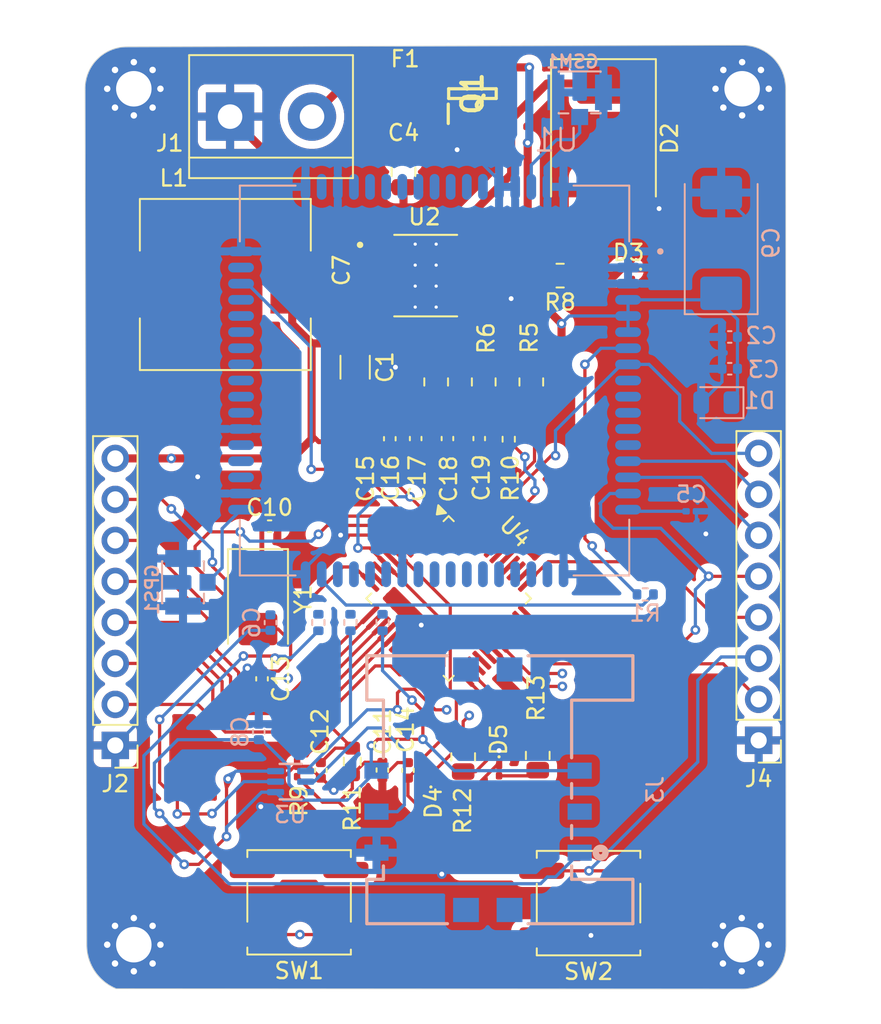
<source format=kicad_pcb>
(kicad_pcb (version 20241229) (generator "pcbnew") (generator_version "9.0")
  (layers (0 "F.Cu" signal) (4 "In1.Cu" signal) (6 "In2.Cu" signal) (2 "B.Cu" signal) (13 "F.Paste" user) (15 "B.Paste" user) (5 "F.SilkS" user "F.Silkscreen") (7 "B.SilkS" user "B.Silkscreen") (1 "F.Mask" user) (3 "B.Mask" user) (25 "Edge.Cuts" user))
  (net 0 "")
  (net 1 "GND")
  (net 2 "+3.3V")
  (net 3 "Net-(Q1-D)")
  (net 4 "Net-(U1-VRTC)")
  (net 5 "Net-(C6-Pad2)")
  (net 6 "SIM_DATA")
  (net 7 "Net-(U2-BOOT)")
  (net 8 "Net-(D2-K)")
  (net 9 "SIM_VDD")
  (net 10 "Net-(U4-PF0)")
  (net 11 "Net-(C11-Pad1)")
  (net 12 "Net-(U4-PB11)")
  (net 13 "Net-(U4-PF1)")
  (net 14 "NRST")
  (net 15 "Net-(D3-A)")
  (net 16 "Net-(D4-A)")
  (net 17 "Net-(D5-A)")
  (net 18 "+12V")
  (net 19 "GPS_ANT")
  (net 20 "GSM_ANT")
  (net 21 "SIM_TX")
  (net 22 "SIM_RX")
  (net 23 "SIM_RESET")
  (net 24 "SIM_PWRKEY")
  (net 25 "SWDIO")
  (net 26 "SWDCLK")
  (net 28 "Net-(J3-RET)")
  (net 29 "Net-(J3-CLK)")
  (net 33 "SIM_DET")
  (net 34 "USART2_RX")
  (net 35 "PA5{slash}SPI1_CLK")
  (net 36 "USART2_TX")
  (net 37 "PA7{slash}SPI1_MOSI")
  (net 38 "PA6{slash}SPI1_MISO")
  (net 39 "PA4")
  (net 40 "Net-(Q1-S)")
  (net 41 "Net-(U1-VDD_EXT)")
  (net 42 "SIM_RST")
  (net 43 "SIM_CLK")
  (net 44 "FEEDBACK")
  (net 45 "Net-(R6-Pad1)")
  (net 46 "Net-(U4-BOOT0)")
  (net 47 "LED1")
  (net 48 "LED2")
  (net 69 "STATUS")
  (footprint "Footprints:SOT95P280X125-3N" (layer "F.Cu") (at 106.525 68.05 90)
    (property "Reference" "Q1")
    (property "Value" "AO3407A" (hide yes))
  )
  (footprint "Resistor_SMD:R_0805_2012Metric" (layer "F.Cu") (at 107.225 85.9125 90)
    (property "Reference" "R6")
    (property "Value" "1K5")
  )
  (footprint "Footprints:VREG_LM5017MR_NOPB" (layer "F.Cu") (at 103.625 79.325)
    (property "Reference" "U2")
    (property "Value" "TPS5430DDA")
  )
  (footprint "Resistor_SMD:R_0805_2012Metric" (layer "F.Cu") (at 104.275 85.9125 -90)
    (property "Reference" "R7" (hide yes))
    (property "Value" "2K7")
  )
  (footprint "Resistor_SMD:R_0805_2012Metric" (layer "F.Cu") (at 105.95 109.1375 90)
    (property "Reference" "R12")
    (property "Value" "1K5")
  )
  (footprint "Capacitor_SMD:C_1206_3216Metric" (layer "F.Cu") (at 99.25 85 -90)
    (property "Reference" "C1")
    (property "Value" "100u")
  )
  (footprint "Resistor_SMD:R_0805_2012Metric" (layer "F.Cu") (at 111.9625 79.325 180)
    (property "Reference" "R8")
    (property "Value" "1K5")
  )
  (footprint "Capacitor_SMD:C_0201_0603Metric" (layer "F.Cu") (at 98.25 77.295 -90)
    (property "Reference" "C7")
    (property "Value" "10n")
  )
  (footprint "Fuse:Fuse_0402_1005Metric" (layer "F.Cu") (at 102.375 67.635 -90)
    (property "Reference" "F1")
    (property "Value" "Fuse 2.5A")
  )
  (footprint "Resistor_SMD:R_0201_0603Metric" (layer "F.Cu") (at 95.65 110.045 90)
    (property "Reference" "R9")
    (property "Value" "100K")
  )
  (footprint "Capacitor_SMD:C_0402_1005Metric" (layer "F.Cu") (at 97.125 109.975 -90)
    (property "Reference" "C12")
    (property "Value" "100n")
  )
  (footprint "MountingHole:MountingHole_2.2mm_M2_Pad_Via" (layer "F.Cu") (at 123.25 67.75)
    (property "Reference" "H1" (hide yes))
    (property "Value" "MountingHole_Pad")
  )
  (footprint "Connector_PinHeader_2.54mm:PinHeader_1x08_P2.54mm_Vertical" (layer "F.Cu") (at 124.275 108.115 180)
    (property "Reference" "J4")
    (property "Value" "RIGHT HEADER PINS")
  )
  (footprint "Resistor_SMD:R_0402_1005Metric" (layer "F.Cu") (at 108.775 89.46 -90)
    (property "Reference" "R10")
    (property "Value" "10K")
  )
  (footprint "MountingHole:MountingHole_2.2mm_M2_Pad_Via" (layer "F.Cu") (at 123.225 120.775)
    (property "Reference" "H2" (hide yes))
    (property "Value" "MountingHole_Pad")
  )
  (footprint "TerminalBlock:TerminalBlock_bornier-2_P5.08mm" (layer "F.Cu") (at 91.495 69.475)
    (property "Reference" "J1")
    (property "Value" "Screw_Terminal_01x02")
  )
  (footprint "Resistor_SMD:R_0603_1608Metric" (layer "F.Cu") (at 99.075 109.425 -90)
    (property "Reference" "R11")
    (property "Value" "1K")
  )
  (footprint "Capacitor_SMD:C_0402_1005Metric" (layer "F.Cu") (at 104.975 89.42 90)
    (property "Reference" "C18")
    (property "Value" "100n")
  )
  (footprint "Capacitor_SMD:C_0402_1005Metric" (layer "F.Cu") (at 93.475 104.305 -90)
    (property "Reference" "C13")
    (property "Value" "30p")
  )
  (footprint "Capacitor_SMD:C_0402_1005Metric" (layer "F.Cu") (at 103.005 89.42 90)
    (property "Reference" "C17")
    (property "Value" "100n")
  )
  (footprint "Button_Switch_SMD:SW_Push_1P1T_NO_CK_KSC6xxJ" (layer "F.Cu") (at 113.725 118.2)
    (property "Reference" "SW2")
    (property "Value" "SW_Push")
  )
  (footprint "LED_SMD:LED_0201_0603Metric" (layer "F.Cu") (at 116.0925 78.925 180)
    (property "Reference" "D3")
    (property "Value" "LED")
  )
  (footprint "MountingHole:MountingHole_2.2mm_M2_Pad_Via" (layer "F.Cu") (at 85.525 67.75)
    (property "Reference" "H4" (hide yes))
    (property "Value" "MountingHole_Pad")
  )
  (footprint "Resistor_SMD:R_0805_2012Metric" (layer "F.Cu") (at 110.175 85.9125 90)
    (property "Reference" "R5")
    (property "Value" "8K2")
  )
  (footprint "Capacitor_SMD:C_0402_1005Metric" (layer "F.Cu") (at 93.945 94.85)
    (property "Reference" "C10")
    (property "Value" "30p")
  )
  (footprint "LED_SMD:LED_0201_0603Metric" (layer "F.Cu") (at 103.95 110.145 90)
    (property "Reference" "D4")
    (property "Value" "LED")
  )
  (footprint "LED_SMD:LED_0201_0603Metric" (layer "F.Cu") (at 108.175 109.995 -90)
    (property "Reference" "D5")
    (property "Value" "LED")
  )
  (footprint "Connector_PinHeader_2.54mm:PinHeader_1x08_P2.54mm_Vertical" (layer "F.Cu") (at 84.375 108.43 180)
    (property "Reference" "J2")
    (property "Value" "LEFT HEADER PINS")
  )
  (footprint "Capacitor_SMD:C_0805_2012Metric" (layer "F.Cu") (at 102.25 72.9 -90)
    (property "Reference" "C4")
    (property "Value" "10u")
  )
  (footprint "Capacitor_SMD:C_0402_1005Metric" (layer "F.Cu") (at 100.94 109.955 -90)
    (property "Reference" "C11")
    (property "Value" "10p")
  )
  (footprint "Button_Switch_SMD:SW_Push_1P1T_NO_CK_KSC6xxJ" (layer "F.Cu") (at 95.775 118.15)
    (property "Reference" "SW1")
    (property "Value" "SW_Push")
  )
  (footprint "Diode_SMD:D_SMC" (layer "F.Cu") (at 114.65 70.825 -90)
    (property "Reference" "D2")
    (property "Value" "B340")
  )
  (footprint "Package_QFP:LQFP-48_7x7mm_P0.5mm" (layer "F.Cu") (at 105.048788 99.326212 -45)
    (property "Reference" "U4")
    (property "Value" "STM32F030C8Tx")
  )
  (footprint "Resistor_SMD:R_0805_2012Metric" (layer "F.Cu") (at 110.575 109.05 -90)
    (property "Reference" "R13")
    (property "Value" "1K5")
  )
  (footprint "Inductor_SMD:L_10.4x10.4_H4.8" (layer "F.Cu") (at 91.2 79.875)
    (property "Reference" "L1")
    (property "Value" "15uH")
  )
  (footprint "Capacitor_SMD:C_0402_1005Metric" (layer "F.Cu") (at 102.525 109.975 -90)
    (property "Reference" "C14")
    (property "Value" "100n")
  )
  (footprint "Capacitor_SMD:C_0201_0603Metric" (layer "F.Cu") (at 99.9 89.295 90)
    (property "Reference" "C15")
    (property "Value" "4u7")
  )
  (footprint "MountingHole:MountingHole_2.2mm_M2_Pad_Via" (layer "F.Cu") (at 85.525 120.775)
    (property "Reference" "H3" (hide yes))
    (property "Value" "MountingHole_Pad")
  )
  (footprint "Capacitor_SMD:C_0402_1005Metric" (layer "F.Cu") (at 101.4 89.43 90)
    (property "Reference" "C16")
    (property "Value" "100n")
  )
  (footprint "Crystal:Crystal_SMD_5032-2Pin_5.0x3.2mm" (layer "F.Cu") (at 93.225 99.375 -90)
    (property "Reference" "Y1")
    (property "Value" "8MHz")
  )
  (footprint "Capacitor_SMD:C_0402_1005Metric" (layer "F.Cu") (at 106.945 89.42 90)
    (property "Reference" "C19")
    (property "Value" "100n")
  )
  (footprint "Capacitor_Tantalum_SMD:CP_EIA-7343-15_Kemet-W" (layer "B.Cu") (at 121.95 77.3 90)
    (property "Reference" "C9")
    (property "Value" "220u")
  )
  (footprint "Footprints:SOT65P210X110-6N" (layer "B.Cu") (at 95.25 110.675)
    (property "Reference" "U3")
    (property "Value" "SMF05CT1G")
  )
  (footprint "Footprints:693010020611" (layer "B.Cu") (at 108.225 111.175 90)
    (property "Reference" "J3")
    (property "Value" "693010020611")
    (property "VALUE" "693010020611" (hide yes))
  )
  (footprint "Resistor_SMD:R_0402_1005Metric" (layer "B.Cu") (at 98.96 100.815 90)
    (property "Reference" "R3" (hide yes))
    (property "Value" "10K")
  )
  (footprint "Resistor_SMD:R_0402_1005Metric" (layer "B.Cu") (at 100.95 100.815 90)
    (property "Reference" "R2" (hide yes))
    (property "Value" "10K")
  )
  (footprint "Capacitor_SMD:C_0201_0603Metric" (layer "B.Cu") (at 120.095 93.925 180)
    (property "Reference" "C5")
    (property "Value" "4u7")
  )
  (footprint "Footprints:XCVR_SIM808" (layer "B.Cu") (at 104.175 85.825 180)
    (property "Reference" "U1")
    (property "Value" "SIM808")
  )
  (footprint "Footprints:U.FL-R-SMT-1" (layer "B.Cu") (at 113.175 67.975 180)
    (property "Reference" "GSM1")
    (property "Value" "U.FL-R-SMT-1")
  )
  (footprint "Capacitor_SMD:C_0402_1005Metric" (layer "B.Cu") (at 93.275 107.595 -90)
    (property "Reference" "C8")
    (property "Value" "1u")
  )
  (footprint "Resistor_SMD:R_0402_1005Metric" (layer "B.Cu") (at 117.24 99.075)
    (property "Reference" "R1")
    (property "Value" "4K7")
  )
  (footprint "Footprints:U.FL-R-SMT-1" (layer "B.Cu") (at 88.575 98.325 -90)
    (property "Reference" "GPS1")
    (property "Value" "U.FL-R-SMT-1")
  )
  (footprint "Resistor_SMD:R_0402_1005Metric" (layer "B.Cu") (at 96.97 100.815 90)
    (property "Reference" "R4" (hide yes))
    (property "Value" "10K")
  )
  (footprint "Diode_SMD:D_0805_2012Metric" (layer "B.Cu") (at 121.6475 87.195 180)
    (property "Reference" "D1")
    (property "Value" "D_Zener")
  )
  (footprint "Capacitor_SMD:C_0402_1005Metric" (layer "B.Cu") (at 122.48 83.125 180)
    (property "Reference" "C2")
    (property "Value" "33p")
  )
  (footprint "Capacitor_SMD:C_0402_1005Metric" (layer "B.Cu") (at 122.48 85.095 180)
    (property "Reference" "C3")
    (property "Value" "10p")
  )
  (footprint "Capacitor_SMD:C_0402_1005Metric" (layer "B.Cu") (at 94 100.82 -90)
    (property "Reference" "C6")
    (property "Value" "22p")
  )
  (gr_line (start 82.6 120.75) (end 82.5 67.778864) (stroke (width 0.05)) (layer "Edge.Cuts"))
  (gr_line (start 123.225 123.525) (end 84.423767 123.501669) (stroke (width 0.05)) (layer "Edge.Cuts"))
  (gr_arc (start 123.325 65.05) (mid 125.184437 65.85092) (end 125.950467 67.725) (stroke (width 0.05)) (layer "Edge.Cuts"))
  (gr_arc (start 84.423767 123.501669) (mid 83.090968 122.404811) (end 82.6 120.75) (stroke (width 0.05)) (layer "Edge.Cuts"))
  (gr_arc (start 82.5 67.778864) (mid 83.251232 65.921643) (end 85.1 65.14984) (stroke (width 0.05)) (layer "Edge.Cuts"))
  (gr_arc (start 125.975 120.775) (mid 125.169544 122.719544) (end 123.225 123.525) (stroke (width 0.05)) (layer "Edge.Cuts"))
  (gr_line (start 125.950467 67.725) (end 125.975 120.775) (stroke (width 0.05)) (layer "Edge.Cuts"))
  (gr_line (start 85.1 65.14984) (end 123.324986 65.05) (stroke (width 0.05)) (layer "Edge.Cuts"))
  (via (at 95.1 104.275) (size 0.6) (drill 0.3) (layers "F.Cu" "B.Cu") (net 0))
  (segment (start 92.572153 103.882153) (end 92.572153 103.653781) (width 0.2) (layer "F.Cu") (net 1))
  (segment (start 103.95 110.465) (end 104.3485 110.8635) (width 0.2) (layer "F.Cu") (net 1))
  (segment (start 93.475 104.785) (end 92.572153 103.882153) (width 0.2) (layer "F.Cu") (net 1))
  (segment (start 95.65 109.725) (end 95.49013 109.725) (width 0.2) (layer "F.Cu") (net 1))
  (segment (start 108.175 109.675) (end 108.175 108.75) (width 0.2) (layer "F.Cu") (net 1))
  (segment (start 105.575 69.3) (end 105.575 71.525) (width 0.2) (layer "F.Cu") (net 1))
  (segment (start 102.25 73.85) (end 103.25 73.85) (width 0.2) (layer "F.Cu") (net 1))
  (segment (start 108.2 91.775) (end 109.425 91.775) (width 0.2) (layer "F.Cu") (net 1))
  (segment (start 95.65 109.725) (end 96.395 109.725) (width 0.2) (layer "F.Cu") (net 1))
  (segment (start 93.4 111.81513) (end 93.4 112.225) (width 0.2) (layer "F.Cu") (net 1))
  (segment (start 104.474943 79.325) (end 103.625 79.325) (width 0.5) (layer "F.Cu") (net 1))
  (segment (start 99.9 88.975) (end 99.9 87.125) (width 0.2) (layer "F.Cu") (net 1))
  (segment (start 101.4 88.95) (end 99.925 88.95) (width 0.3) (layer "F.Cu") (net 1))
  (segment (start 106.82663 110.8635) (end 108.01513 109.675) (width 0.2) (layer "F.Cu") (net 1))
  (segment (start 95.49013 109.725) (end 93.4 111.81513) (width 0.2) (layer "F.Cu") (net 1))
  (segment (start 96.395 109.725) (end 97.125 110.455) (width 0.2) (layer "F.Cu") (net 1))
  (segment (start 110.825 120.2) (end 108.425 120.2) (width 0.5) (layer "F.Cu") (net 1))
  (segment (start 110.825 120.2) (end 113.875 120.2) (width 0.2) (layer "F.Cu") (net 1))
  (segment (start 97.18 110.455) (end 97.925 111.2) (width 0.2) (layer "F.Cu") (net 1))
  (segment (start 108.775 88.95) (end 106.955 88.95) (width 0.3) (layer "F.Cu") (net 1))
  (segment (start 104.3485 110.8635) (end 106.82663 110.8635) (width 0.2) (layer "F.Cu") (net 1))
  (segment (start 116.4125 75.9875) (end 114.65 74.225) (width 0.2) (layer "F.Cu") (net 1))
  (segment (start 104.275 85) (end 101.75 85) (width 0.3) (layer "F.Cu") (net 1))
  (segment (start 108.01513 109.675) (end 108.175 109.675) (width 0.2) (layer "F.Cu") (net 1))
  (segment (start 101.41 88.94) (end 101.4 88.95) (width 0.3) (layer "F.Cu") (net 1))
  (segment (start 109.7 88.95) (end 108.775 88.95) (width 0.2) (layer "F.Cu") (net 1))
  (segment (start 102.525 109.495) (end 101.88 109.495) (width 0.2) (layer "F.Cu") (net 1))
  (segment (start 108.425 120.2) (end 104.625 116.4) (width 0.5) (layer "F.Cu") (net 1))
  (segment (start 104.975 88.94) (end 103.005 88.94) (width 0.3) (layer "F.Cu") (net 1))
  (segment (start 106.945 88.94) (end 104.975 88.94) (width 0.3) (layer "F.Cu") (net 1))
  (segment (start 103.005 88.94) (end 101.41 88.94) (width 0.3) (layer "F.Cu") (net 1))
  (segment (start 106.325 79.96) (end 105.109943 79.96) (width 0.5) (layer "F.Cu") (net 1))
  (segment (start 108.2 91.8) (end 108.2 91.775) (width 0.2) (layer "F.Cu") (net 1))
  (segment (start 95.87 73.85) (end 102.25 73.85) (width 0.5) (layer "F.Cu") (net 1))
  (segment (start 103.25 73.85) (end 105.575 71.525) (width 0.2) (layer "F.Cu") (net 1))
  (segment (start 113.875 120.2) (end 116.625 120.2) (width 0.2) (layer "F.Cu") (net 1))
  (segment (start 104.346615 101.971615) (end 103.35 100.975) (width 0.2) (layer "F.Cu") (net 1))
  (segment (start 101.575126 96.91321) (end 100.061916 95.4) (width 0.2) (layer "F.Cu") (net 1))
  (segment (start 101.75 85) (end 100.725 85) (width 0.3) (layer "F.Cu") (net 1))
  (segment (start 100.96 110.455) (end 100.94 110.435) (width 0.2) (layer "F.Cu") (net 1))
  (segment (start 106.40113 94.79189) (end 107.45 93.74302) (width 0.2) (layer "F.Cu") (net 1))
  (segment (start 116.4125 78.925) (end 116.4125 75.9875) (width 0.2) (layer "F.Cu") (net 1))
  (segment (start 101.88 109.495) (end 100.94 110.435) (width 0.2) (layer "F.Cu") (net 1))
  (segment (start 107.45 93.74302) (end 107.45 92.55) (width 0.2) (layer "F.Cu") (net 1))
  (segment (start 100.725 85) (end 99.25 86.475) (width 0.3) (layer "F.Cu") (net 1))
  (segment (start 114.65 74.225) (end 117.15 74.225) (width 0.2) (layer "F.Cu") (net 1))
  (segment (start 100.061916 95.4) (end 98.35 95.4) (width 0.2) (layer "F.Cu") (net 1))
  (segment (start 109.425 91.775) (end 110.375 90.825) (width 0.2) (layer "F.Cu") (net 1))
  (segment (start 117.15 74.225) (end 118.1 75.175) (width 0.2) (layer "F.Cu") (net 1))
  (segment (start 110.375 90.825) (end 110.375 89.625) (width 0.2) (layer "F.Cu") (net 1))
  (segment (start 103.696446 103.860534) (end 104.346615 103.210365) (width 0.2) (layer "F.Cu") (net 1))
  (segment (start 110.375 89.625) (end 109.7 88.95) (width 0.2) (layer "F.Cu") (net 1))
  (segment (start 99.9 87.125) (end 99.25 86.475) (width 0.2) (layer "F.Cu") (net 1))
  (segment (start 105.109943 79.96) (end 104.474943 79.325) (width 0.5) (layer "F.Cu") (net 1))
  (segment (start 97.125 110.455) (end 97.18 110.455) (width 0.2) (layer "F.Cu") (net 1))
  (segment (start 106.325 79.96) (end 108.135 79.96) (width 0.5) (layer "F.Cu") (net 1))
  (segment (start 99.925 88.95) (end 99.9 88.975) (width 0.3) (layer "F.Cu") (net 1))
  (segment (start 104.346615 103.210365) (end 104.346615 101.971615) (width 0.2) (layer "F.Cu") (net 1))
  (segment (start 91.495 69.475) (end 95.87 73.85) (width 0.5) (layer "F.Cu") (net 1))
  (segment (start 107.45 92.55) (end 108.2 91.8) (width 0.2) (layer "F.Cu") (net 1))
  (segment (start 108.135 79.96) (end 108.925 80.75) (width 0.5) (layer "F.Cu") (net 1))
  (segment (start 106.955 88.95) (end 106.945 88.94) (width 0.3) (layer "F.Cu") (net 1))
  (via (at 101.75 85) (size 0.6) (drill 0.3) (layers "F.Cu" "B.Cu") (net 1))
  (via (at 104.625 116.4) (size 0.6) (drill 0.3) (layers "F.Cu" "B.Cu") (net 1))
  (via (at 118.1 75.175) (size 0.6) (drill 0.3) (layers "F.Cu" "B.Cu") (net 1))
  (via (at 121 95.325) (size 0.6) (drill 0.3) (layers "F.Cu" "B.Cu") (net 1))
  (via (at 113.875 120.2) (size 0.6) (drill 0.3) (layers "F.Cu" "B.Cu") (net 1))
  (via (at 108.925 80.75) (size 0.6) (drill 0.3) (layers "F.Cu" "B.Cu") (net 1))
  (via (at 98.35 95.4) (size 0.6) (drill 0.3) (layers "F.Cu" "B.Cu") (net 1))
  (via (at 103.35 100.975) (size 0.6) (drill 0.3) (layers "F.Cu" "B.Cu") (net 1))
  (via (at 93.4 112.225) (size 0.6) (drill 0.3) (layers "F.Cu" "B.Cu") (net 1))
  (via (at 89.487472 91.787528) (size 0.6) (drill 0.3) (layers "F.Cu" "B.Cu") (net 1))
  (via (at 97.925 111.2) (size 0.6) (drill 0.3) (layers "F.Cu" "B.Cu") (net 1))
  (via (at 108.175 108.75) (size 0.6) (drill 0.3) (layers "F.Cu" "B.Cu") (net 1))
  (via (at 105.575 71.525) (size 0.6) (drill 0.3) (layers "F.Cu" "B.Cu") (net 1))
  (via (at 92.572153 103.653781) (size 0.6) (drill 0.3) (layers "F.Cu" "B.Cu") (net 1))
  (segment (start 111.125 76.1) (end 108.7 76.1) (width 0.2) (layer "B.Cu") (net 1))
  (segment (start 98.2 95.4) (end 98.35 95.4) (width 0.2) (layer "B.Cu") (net 1))
  (segment (start 112.175 73.825) (end 112.175 75.05) (width 0.2) (layer "B.Cu") (net 1))
  (segment (start 118.1 75.175) (end 119.095 74.18) (width 0.2) (layer "B.Cu") (net 1))
  (segment (start 120.71 88.26) (end 121.075 88.625) (width 0.2) (layer "B.Cu") (net 1))
  (segment (start 114.85 79.825) (end 111.125 76.1) (width 0.2) (layer "B.Cu") (net 1))
  (segment (start 98.175 75.125) (end 97.85 75.45) (width 0.2) (layer "B.Cu") (net 1))
  (segment (start 121.975 88.6) (end 123.775 88.6) (width 0.2) (layer "B.Cu") (net 1))
  (segment (start 120.415 93.925) (end 120.415 94.74) (width 0.2) (layer "B.Cu") (net 1))
  (segment (start 114.65 67.975) (end 114.65 69.9) (width 0.2) (layer "B.Cu") (net 1))
  (segment (start 116.175 77.825) (end 116.175 77.1) (width 0.2) (layer "B.Cu") (net 1))
  (segment (start 111.175 73.825) (end 112.175 73.825) (width 0.2) (layer "B.Cu") (net 1))
  (segment (start 92.175 88.825) (end 89.65 88.825) (width 0.2) (layer "B.Cu") (net 1))
  (segment (start 124.675 87.65) (end 124.675 76.905) (width 0.2) (layer "B.Cu") (net 1))
  (segment (start 108.175 75.575) (end 108.175 80) (width 0.2) (layer "B.Cu") (net 1))
  (segment (start 89.65 88.825) (end 88.95 89.525) (width 0.2) (layer "B.Cu") (net 1))
  (segment (start 100.575 115.075) (end 96.25 115.075) (width 0.2) (layer "B.Cu") (net 1))
  (segment (start 121.075 88.625) (end 121.95 88.625) (width 0.2) (layer "B.Cu") (net 1))
  (segment (start 120.71 87.195) (end 120.71 88.26) (width 0.2) (layer "B.Cu") (net 1))
  (segment (start 116.175 79.825) (end 116.175 78.825) (width 0.2) (layer "B.Cu") (net 1))
  (segment (start 89.487472 91.787528) (end 88.95 91.250057) (width 0.2) (layer "B.Cu") (net 1))
  (segment (start 116.175 77.825) (end 116.175 78.825) (width 0.2) (layer "B.Cu") (net 1))
  (segment (start 111.7 67.975) (end 114.65 67.975) (width 0.2) (layer "B.Cu") (net 1))
  (segment (start 108.175 73.825) (end 108.175 75.575) (width 0.2) (layer "B.Cu") (net 1))
  (segment (start 116.175 79.825) (end 114.85 79.825) (width 0.2) (layer "B.Cu") (net 1))
  (segment (start 118.1 73.35) (end 118.1 75.175) (width 0.2) (layer "B.Cu") (net 1))
  (segment (start 122 85.095) (end 122 85.905) (width 0.2) (layer "B.Cu") (net 1))
  (segment (start 109.175 73.825) (end 108.175 73.825) (width 0.2) (layer "B.Cu") (net 1))
  (segment (start 122 85.905) (end 120.71 87.195) (width 0.2) (layer "B.Cu") (net 1))
  (segment (start 88.95 91.250057) (end 88.95 89.525) (width 0.2) (layer "B.Cu") (net 1))
  (segment (start 97.85 75.45) (end 96.975 75.45) (width 0.2) (layer "B.Cu") (net 1))
  (segment (start 96.975 75.45) (end 96.175 74.65) (width 0.2) (layer "B.Cu") (net 1))
  (segment (start 96.175 74.65) (end 96.175 73.825) (width 0.2) (layer "B.Cu") (net 1))
  (segment (start 96.25 115.075) (end 93.4 112.225) (width 0.2) (layer "B.Cu") (net 1))
  (segment (start 96.175 97.825) (end 96.175 97.425) (width 0.2) (layer "B.Cu") (net 1))
  (segment (start 92.175 75.125) (end 92.175 77.825) (width 0.2) (layer "B.Cu") (net 1))
  (segment (start 114.65 69.9) (end 118.1 73.35) (width 0.2) (layer "B.Cu") (net 1))
  (segment (start 88.575 99.8) (end 88.575 96.85) (width 0.2) (layer "B.Cu") (net 1))
  (segment (start 122 83.125) (end 122 85.095) (width 0.2) (layer "B.Cu") (net 1))
  (segment (start 92.175 92.825) (end 90.524943 92.825) (width 0.2) (layer "B.Cu") (net 1))
  (segment (start 108.175 73.425) (end 106.275 71.525) (width 0.2) (layer "B.Cu") (net 1))
  (segment (start 106.275 71.525) (end 105.575 71.525) (width 0.2) (layer "B.Cu") (net 1))
  (segment (start 96.175 97.425) (end 98.2 95.4) (width 0.2) (layer "B.Cu") (net 1))
  (segment (start 96.175 73.825) (end 93.475 73.825) (width 0.2) (layer "B.Cu") (net 1))
  (segment (start 116.175 77.1) (end 118.1 75.175) (width 0.2) (layer "B.Cu") (net 1))
  (segment (start 123.775 88.55) (end 124.675 87.65) (width 0.2) (layer "B.Cu") (net 1))
  (segment (start 88.575 104.23) (end 88.575 99.8) (width 0.2) (layer "B.Cu") (net 1))
  (segment (start 84.375 108.43) (end 88.575 104.23) (width 0.2) (layer "B.Cu") (net 1))
  (segment (start 103.3 115.075) (end 100.575 115.075) (width 0.2) (layer "B.Cu") (net 1))
  (segment (start 104.625 116.4) (end 103.3 115.075) (width 0.2) (layer "B.Cu") (net 1))
  (segment (start 112.175 75.05) (end 111.125 76.1) (width 0.2) (layer "B.Cu") (net 1))
  (segment (start 121.95 88.625) (end 121.975 88.6) (width 0.2) (layer "B.Cu") (net 1))
  (segment (start 119.095 74.18) (end 121.95 74.18) (width 0.2) (layer "B.Cu") (net 1))
  (segment (start 123.775 88.6) (end 123.775 88.55) (width 0.2) (layer "B.Cu") (net 1))
  (segment (start 98.175 73.825) (end 98.175 75.125) (width 0.2) (layer "B.Cu") (net 1))
  (segment (start 108.175 73.825) (end 108.175 73.425) (width 0.2) (layer "B.Cu") (net 1))
  (segment (start 93.475 73.825) (end 92.175 75.125) (width 0.2) (layer "B.Cu") (net 1))
  (segment (start 108.175 80) (end 108.925 80.75) (width 0.2) (layer "B.Cu") (net 1))
  (segment (start 90.524943 92.825) (end 89.487472 91.787528) (width 0.2) (layer "B.Cu") (net 1))
  (segment (start 108.7 76.1) (end 108.175 75.575) (width 0.2) (layer "B.Cu") (net 1))
  (segment (start 120.415 94.74) (end 121 95.325) (width 0.2) (layer "B.Cu") (net 1))
  (segment (start 92.175 92.825) (end 92.575 92.825) (width 0.2) (layer "B.Cu") (net 1))
  (segment (start 124.675 76.905) (end 121.95 74.18) (width 0.2) (layer "B.Cu") (net 1))
  (segment (start 95.3 90.7) (end 96.55 89.45) (width 0.5) (layer "F.Cu") (net 2))
  (segment (start 106.945 89.9) (end 101.41 89.9) (width 0.5) (layer "F.Cu") (net 2))
  (segment (start 101.4 91.775) (end 102.65 93.025) (width 0.2) (layer "F.Cu") (net 2))
  (segment (start 101.221573 97.266763) (end 100.15481 96.2) (width 0.2) (layer "F.Cu") (net 2))
  (segment (start 101.105 89.615) (end 101.4 89.91) (width 0.2) (layer "F.Cu") (net 2))
  (segment (start 104.05 94.425) (end 102.65 93.025) (width 0.2) (layer "F.Cu") (net 2))
  (segment (start 100.15481 96.2) (end 99.425 96.2) (width 0.2) (layer "F.Cu") (net 2))
  (segment (start 95.825 120.15) (end 98.675 120.15) (width 0.2) (layer "F.Cu") (net 2))
  (segment (start 104.05 94.438336) (end 104.05 94.425) (width 0.2) (layer "F.Cu") (net 2))
  (segment (start 84.375 90.65) (end 87.85 90.65) (width 0.5) (layer "F.Cu") (net 2))
  (segment (start 104.05 94.45) (end 104.725 95.125) (width 0.2) (layer "F.Cu") (net 2))
  (segment (start 101.41 89.9) (end 101.4 89.91) (width 0.5) (layer "F.Cu") (net 2))
  (segment (start 95.35 82.325) (end 95.35 79.875) (width 0.5) (layer "F.Cu") (net 2))
  (segment (start 99.9 89.615) (end 101.105 89.615) (width 0.2) (layer "F.Cu") (net 2))
  (segment (start 112.05 85.825) (end 112.05 82.3) (width 0.5) (layer "F.Cu") (net 2))
  (segment (start 104.747615 100.792805) (end 101.221573 97.266763) (width 0.2) (layer "F.Cu") (net 2))
  (segment (start 96.55 89.175) (end 96.55 83.525) (width 0.5) (layer "F.Cu") (net 2))
  (segment (start 101.4 89.91) (end 101.4 91.775) (width 0.2) (layer "F.Cu") (net 2))
  (segment (start 96.55 89.45) (end 96.55 89.175) (width 0.5) (layer "F.Cu") (net 2))
  (segment (start 104.747615 103.516473) (end 104.747615 100.792805) (width 0.2) (layer "F.Cu") (net 2))
  (segment (start 104.725 95.125) (end 105.325 95.125) (width 0.2) (layer "F.Cu") (net 2))
  (segment (start 111.05 86.825) (end 112.05 85.825) (width 0.5) (layer "F.Cu") (net 2))
  (segment (start 105.325 95.125) (end 106.011664 94.438336) (width 0.2) (layer "F.Cu") (net 2))
  (segment (start 95.25 90.65) (end 95.3 90.7) (width 0.5) (layer "F.Cu") (net 2))
  (segment (start 99.9 89.615) (end 96.99 89.615) (width 0.3) (layer "F.Cu") (net 2))
  (segment (start 87.85 90.65) (end 95.25 90.65) (width 0.5) (layer "F.Cu") (net 2))
  (segment (start 104.05 104.214088) (end 104.747615 103.516473) (width 0.2) (layer "F.Cu") (net 2))
  (segment (start 96.99 89.615) (end 96.55 89.175) (width 0.3) (layer "F.Cu") (net 2))
  (segment (start 112.05 82.3) (end 111.05 81.3) (width 0.5) (layer "F.Cu") (net 2))
  (segment (start 92.875 120.15) (end 95.825 120.15) (width 0.2) (layer "F.Cu") (net 2))
  (segment (start 110.175 86.825) (end 111.05 86.825) (width 0.5) (layer "F.Cu") (net 2))
  (segment (start 99.25 83.525) (end 96.55 83.525) (width 0.5) (layer "F.Cu") (net 2))
  (segment (start 96.55 83.525) (end 95.35 82.325) (width 0.5) (layer "F.Cu") (net 2))
  (segment (start 111.05 81.3) (end 111.05 79.325) (width 0.5) (layer "F.Cu") (net 2))
  (segment (start 104.05 94.438336) (end 104.05 94.45) (width 0.2) (layer "F.Cu") (net 2))
  (segment (start 106.011664 94.438336) (end 106.047576 94.438336) (width 0.2) (layer "F.Cu") (net 2))
  (via (at 102.65 93.025) (size 0.6) (drill 0.3) (layers "F.Cu" "B.Cu") (net 2))
  (via (at 99.425 96.2) (size 0.6) (drill 0.3) (layers "F.Cu" "B.Cu") (net 2))
  (via (at 95.825 120.15) (size 0.6) (drill 0.3) (layers "F.Cu" "B.Cu") (net 2))
  (via (at 112.05 82.3) (size 0.6) (drill 0.3) (layers "F.Cu" "B.Cu") (net 2))
  (via (at 87.85 90.65) (size 0.6) (drill 0.3) (layers "F.Cu" "B.Cu") (net 2))
  (segment (start 116.175 80.825) (end 121.545 80.825) (width 0.2) (layer "B.Cu") (net 2))
  (segment (start 122.975 83.11) (end 122.96 83.125) (width 0.2) (layer "B.Cu") (net 2))
  (segment (start 99.425 96.2) (end 99.425 94.175) (width 0.2) (layer "B.Cu") (net 2))
  (segment (start 100.575 93.025) (end 102.65 93.025) (width 0.2) (layer "B.Cu") (net 2))
  (segment (start 122.975 82.05) (end 122.975 83.11) (width 0.2) (layer "B.Cu") (net 2))
  (segment (start 112.525 81.825) (end 112.05 82.3) (width 0.2) (layer "B.Cu") (net 2))
  (segment (start 116.175 82.825) (end 116.175 81.825) (width 0.2) (layer "B.Cu") (net 2))
  (segment (start 121.95 81.025) (end 122.975 82.05) (width 0.2) (layer "B.Cu") (net 2))
  (segment (start 116.175 80.825) (end 116.175 81.825) (width 0.2) (layer "B.Cu") (net 2))
  (segment (start 99.425 94.175) (end 100.575 93.025) (width 0.2) (layer "B.Cu") (net 2))
  (segment (start 121.95 80.42) (end 121.95 81.025) (width 0.2) (layer "B.Cu") (net 2))
  (segment (start 122.96 85.095) (end 122.96 86.82) (width 0.2) (layer "B.Cu") (net 2))
  (segment (start 116.175 81.825) (end 112.525 81.825) (width 0.2) (layer "B.Cu") (net 2))
  (segment (start 122.96 83.125) (end 122.96 85.095) (width 0.2) (layer "B.Cu") (net 2))
  (segment (start 122.96 86.82) (end 122.585 87.195) (width 0.2) (layer "B.Cu") (net 2))
  (segment (start 121.545 80.825) (end 121.95 80.42) (width 0.2) (layer "B.Cu") (net 2))
  (segment (start 106.525 66.8) (end 104.575 66.8) (width 0.5) (layer "F.Cu") (net 3))
  (segment (start 103.96 68.825) (end 103.255 68.12) (width 0.5) (layer "F.Cu") (net 3))
  (segment (start 103.255 68.12) (end 102.375 68.12) (width 0.5) (layer "F.Cu") (net 3))
  (segment (start 104 68.825) (end 103.96 68.825) (width 0.5) (layer "F.Cu") (net 3))
  (segment (start 104.575 66.8) (end 103.255 68.12) (width 0.5) (layer "F.Cu") (net 3))
  (segment (start 102.25 71.95) (end 104 70.2) (width 0.5) (layer "F.Cu") (net 3))
  (segment (start 104 70.2) (end 104 68.825) (width 0.5) (layer "F.Cu") (net 3))
  (segment (start 119.775 93.925) (end 116.275 93.925) (width 0.2) (layer "B.Cu") (net 4))
  (segment (start 116.275 93.925) (end 116.175 93.825) (width 0.2) (layer "B.Cu") (net 4))
  (segment (start 88.225 112.675) (end 90.35 112.675) (width 0.2) (layer "F.Cu") (net 5))
  (segment (start 88.225 112.675) (end 88.225 111.825057) (width 0.2) (layer "F.Cu") (net 5))
  (segment (start 88.225 111.825057) (end 87.125 110.725057) (width 0.2) (layer "F.Cu") (net 5))
  (segment (start 90.35 112.675) (end 90.375 112.65) (width 0.2) (layer "F.Cu") (net 5))
  (segment (start 87.125 110.725057) (end 87.125 106.825) (width 0.2) (layer "F.Cu") (net 5))
  (via (at 88.225 112.675) (size 0.6) (drill 0.3) (layers "F.Cu" "B.Cu") (net 5))
  (via (at 87.125 106.825) (size 0.6) (drill 0.3) (layers "F.Cu" "B.Cu") (net 5))
  (via (at 90.375 112.65) (size 0.6) (drill 0.3) (layers "F.Cu" "B.Cu") (net 5))
  (segment (start 92.35 110.675) (end 90.375 112.65) (width 0.2) (layer "B.Cu") (net 5))
  (segment (start 94 101.3) (end 92.65 101.3) (width 0.2) (layer "B.Cu") (net 5))
  (segment (start 94.315 110.675) (end 92.35 110.675) (width 0.2) (layer "B.Cu") (net 5))
  (segment (start 92.65 101.3) (end 87.125 106.825) (width 0.2) (layer "B.Cu") (net 5))
  (segment (start 100.73 77.615) (end 100.925 77.42) (width 0.2) (layer "F.Cu") (net 7))
  (segment (start 98.25 77.615) (end 100.73 77.615) (width 0.2) (layer "F.Cu") (net 7))
  (segment (start 98.25 76.975) (end 99.075 76.15) (width 0.2) (layer "F.Cu") (net 8))
  (segment (start 87.05 79.875) (end 87.05 77.45) (width 0.5) (layer "F.Cu") (net 8))
  (segment (start 88.45 76.05) (end 99.075 76.05) (width 0.5) (layer "F.Cu") (net 8))
  (segment (start 106.325 77.42) (end 106.325 75.65) (width 0.5) (layer "F.Cu") (net 8))
  (segment (start 106.325 75.65) (end 108.925 73.05) (width 0.5) (layer "F.Cu") (net 8))
  (segment (start 111.15 67.425) (end 114.65 67.425) (width 0.5) (layer "F.Cu") (net 8))
  (segment (start 108.925 69.65) (end 111.15 67.425) (width 0.5) (layer "F.Cu") (net 8))
  (segment (start 108.925 73.05) (end 108.925 69.65) (width 0.5) (layer "F.Cu") (net 8))
  (segment (start 99.075 76.05) (end 104.955 76.05) (width 0.5) (layer "F.Cu") (net 8))
  (segment (start 99.075 76.15) (end 99.075 76.05) (width 0.2) (layer "F.Cu") (net 8))
  (segment (start 104.955 76.05) (end 106.325 77.42) (width 0.5) (layer "F.Cu") (net 8))
  (segment (start 87.05 77.45) (end 88.45 76.05) (width 0.5) (layer "F.Cu") (net 8))
  (via (at 87.125 112.65) (size 0.6) (drill 0.3) (layers "F.Cu" "B.Cu") (net 9))
  (segment (start 111.675 116.575) (end 111.175 116.575) (width 0.2) (layer "B.Cu") (net 9))
  (segment (start 87.524971 113.099972) (end 87.524971 113.049971) (width 0.2) (layer "B.Cu") (net 9))
  (segment (start 91.424999 117) (end 87.524971 113.099972) (width 0.2) (layer "B.Cu") (net 9))
  (segment (start 95.65 111.325) (end 95.146 110.821) (width 0.2) (layer "B.Cu") (net 9))
  (segment (start 111.175 116.575) (end 110.75 117) (width 0.2) (layer "B.Cu") (net 9))
  (segment (start 95.146 109.746) (end 93.475 108.075) (width 0.2) (layer "B.Cu") (net 9))
  (segment (start 110.75 117) (end 91.424999 117) (width 0.2) (layer "B.Cu") (net 9))
  (segment (start 96.185 111.325) (end 95.65 111.325) (width 0.2) (layer "B.Cu") (net 9))
  (segment (start 93.275 108.075) (end 88.25 108.075) (width 0.2) (layer "B.Cu") (net 9))
  (segment (start 87.524971 113.049971) (end 87.125 112.65) (width 0.2) (layer "B.Cu") (net 9))
  (segment (start 95.146 110.821) (end 95.146 109.746) (width 0.2) (layer "B.Cu") (net 9))
  (segment (start 86.8 112.325) (end 87.125 112.65) (width 0.2) (layer "B.Cu") (net 9))
  (segment (start 88.25 108.075) (end 86.8 109.525) (width 0.2) (layer "B.Cu") (net 9))
  (segment (start 86.8 109.525) (end 86.8 112.325) (width 0.2) (layer "B.Cu") (net 9))
  (segment (start 93.475 108.075) (end 93.275 108.075) (width 0.2) (layer "B.Cu") (net 9))
  (segment (start 113.175 115.075) (end 111.675 116.575) (width 0.2) (layer "B.Cu") (net 9))
  (segment (start 93.465 97.285) (end 93.225 97.525) (width 0.3) (layer "F.Cu") (net 10))
  (segment (start 101.008236 94.225) (end 102.635786 95.85255) (width 0.2) (layer "F.Cu") (net 10))
  (segment (start 93.465 94.85) (end 94.09 94.225) (width 0.2) (layer "F.Cu") (net 10))
  (segment (start 93.465 94.85) (end 93.465 97.285) (width 0.3) (layer "F.Cu") (net 10))
  (segment (start 94.09 94.225) (end 101.008236 94.225) (width 0.2) (layer "F.Cu") (net 10))
  (segment (start 99.85 109.475) (end 99.075 110.25) (width 0.2) (layer "F.Cu") (net 11))
  (segment (start 98.675 112.375) (end 98.25 111.95) (width 0.2) (layer "F.Cu") (net 11))
  (segment (start 98.25 111.925) (end 99.075 111.1) (width 0.2) (layer "F.Cu") (net 11))
  (segment (start 92.875 116.15) (end 98.675 116.15) (width 0.2) (layer "F.Cu") (net 11))
  (segment (start 98.675 116.15) (end 98.675 112.375) (width 0.2) (layer "F.Cu") (net 11))
  (segment (start 98.25 111.95) (end 98.25 111.925) (width 0.2) (layer "F.Cu") (net 11))
  (segment (start 99.075 111.1) (end 99.075 110.25) (width 0.2) (layer "F.Cu") (net 11))
  (segment (start 95.65 110.365) (end 97.235 111.95) (width 0.2) (layer "F.Cu") (net 11))
  (segment (start 100.94 109.475) (end 99.85 109.475) (width 0.2) (layer "F.Cu") (net 11))
  (segment (start 97.235 111.95) (end 98.25 111.95) (width 0.2) (layer "F.Cu") (net 11))
  (segment (start 102.002388 104.052388) (end 102 104.05) (width 0.2) (layer "F.Cu") (net 12))
  (segment (start 102.72819 104.052388) (end 102.002388 104.052388) (width 0.2) (layer "F.Cu") (net 12))
  (segment (start 97.825 106.175) (end 97.825 107.35) (width 0.2) (layer "F.Cu") (net 12))
  (segment (start 102 104.05) (end 101.456981 103.506981) (width 0.2) (layer "F.Cu") (net 12))
  (segment (start 101.456981 103.506981) (end 100.493019 103.506981) (width 0.2) (layer "F.Cu") (net 12))
  (segment (start 97.125 109.495) (end 98.02 108.6) (width 0.2) (layer "F.Cu") (net 12))
  (segment (start 103.342893 103.506981) (end 103.273597 103.506981) (width 0.2) (layer "F.Cu") (net 12))
  (segment (start 100.493019 103.506981) (end 97.825 106.175) (width 0.2) (layer "F.Cu") (net 12))
  (segment (start 97.825 107.35) (end 99.075 108.6) (width 0.2) (layer "F.Cu") (net 12))
  (segment (start 98.02 108.6) (end 99.075 108.6) (width 0.2) (layer "F.Cu") (net 12))
  (segment (start 103.273597 103.506981) (end 102.72819 104.052388) (width 0.2) (layer "F.Cu") (net 12))
  (segment (start 90.225 95.2) (end 92.125 95.2) (width 0.2) (layer "F.Cu") (net 13))
  (segment (start 89.325 97.325) (end 89.325 96.1) (width 0.2) (layer "F.Cu") (net 13))
  (segment (start 93.475 103.825) (end 94.5 103.825) (width 0.2) (layer "F.Cu") (net 13))
  (segment (start 94.475 101.225) (end 93.225 101.225) (width 0.2) (layer "F.Cu") (net 13))
  (segment (start 89.325 96.1) (end 90.225 95.2) (width 0.2) (layer "F.Cu") (net 13))
  (segment (start 100.87513 94.799) (end 97.526 94.799) (width 0.2) (layer "F.Cu") (net 13))
  (segment (start 97.526 94.799) (end 96.975 95.35) (width 0.2) (layer "F.Cu") (net 13))
  (segment (start 102.282233 96.206103) (end 100.87513 94.799) (width 0.2) (layer "F.Cu") (net 13))
  (segment (start 95.25 102) (end 94.475 101.225) (width 0.2) (layer "F.Cu") (net 13))
  (segment (start 95.25 103.075) (end 95.25 102) (width 0.2) (layer "F.Cu") (net 13))
  (segment (start 94.5 103.825) (end 95.25 103.075) (width 0.2) (layer "F.Cu") (net 13))
  (segment (start 93.225 101.225) (end 89.325 97.325) (width 0.2) (layer "F.Cu") (net 13))
  (via (at 92.125 95.2) (size 0.6) (drill 0.3) (layers "F.Cu" "B.Cu") (net 13))
  (via (at 96.975 95.35) (size 0.6) (drill 0.3) (layers "F.Cu" "B.Cu") (net 13))
  (segment (start 92.125 95.2) (end 92.7 95.775) (width 0.2) (layer "B.Cu") (net 13))
  (segment (start 96.55 95.775) (end 96.975 95.35) (width 0.2) (layer "B.Cu") (net 13))
  (segment (start 92.7 95.775) (end 96.55 95.775) (width 0.2) (layer "B.Cu") (net 13))
  (segment (start 102.535 110.465) (end 102.525 110.455) (width 0.2) (layer "F.Cu") (net 14))
  (segment (start 103.8 112.825) (end 103.8 114.225) (width 0.2) (layer "F.Cu") (net 14))
  (segment (start 113.75 116.2) (end 116.625 116.2) (width 0.2) (layer "F.Cu") (net 14))
  (segment (start 110.825 116.2) (end 113.75 116.2) (width 0.2) (layer "F.Cu") (net 14))
  (segment (start 105.148615 99.779593) (end 101.928679 96.559657) (width 0.2) (layer "F.Cu") (net 14))
  (segment (start 103.325 109.35134) (end 105.526 107.15034) (width 0.2) (layer "F.Cu") (net 14))
  (segment (start 105.148615 105.046558) (end 105.148615 99.779593) (width 0.2) (layer "F.Cu") (net 14))
  (segment (start 102.525 111.55) (end 103.8 112.825) (width 0.2) (layer "F.Cu") (net 14))
  (segment (start 105.775 116.2) (end 110.825 116.2) (width 0.2) (layer "F.Cu") (net 14))
  (segment (start 105.526 107.15034) (end 105.526 105.423943) (width 0.2) (layer "F.Cu") (net 14))
  (segment (start 102.525 110.455) (end 102.525 111.55) (width 0.2) (layer "F.Cu") (net 14))
  (segment (start 102.525 110.455) (end 103.325 109.655) (width 0.2) (layer "F.Cu") (net 14))
  (segment (start 103.8 114.225) (end 105.775 116.2) (width 0.2) (layer "F.Cu") (net 14))
  (segment (start 103.325 109.655) (end 103.325 109.35134) (width 0.2) (layer "F.Cu") (net 14))
  (segment (start 105.526 105.423943) (end 105.148615 105.046558) (width 0.2) (layer "F.Cu") (net 14))
  (via (at 113.75 116.2) (size 0.6) (drill 0.3) (layers "F.Cu" "B.Cu") (net 14))
  (segment (start 121.95 102.95) (end 124.19 102.95) (width 0.2) (layer "B.Cu") (net 14))
  (segment (start 120.5 109.45) (end 120.5 104.4) (width 0.2) (layer "B.Cu") (net 14))
  (segment (start 113.75 116.2) (end 120.5 109.45) (width 0.2) (layer "B.Cu") (net 14))
  (segment (start 124.19 102.95) (end 124.275 103.035) (width 0.2) (layer "B.Cu") (net 14))
  (segment (start 120.5 104.4) (end 121.95 102.95) (width 0.2) (layer "B.Cu") (net 14))
  (segment (start 112.875 79.325) (end 115.3315 79.325) (width 0.5) (layer "F.Cu") (net 15))
  (segment (start 115.3315 79.325) (end 115.7315 78.925) (width 0.5) (layer "F.Cu") (net 15))
  (segment (start 103.95 109.825) (end 104.35 109.825) (width 0.2) (layer "F.Cu") (net 16))
  (segment (start 104.35 109.825) (end 105.95 108.225) (width 0.2) (layer "F.Cu") (net 16))
  (segment (start 105.95 106.95) (end 106.325 106.575) (width 0.2) (layer "F.Cu") (net 16))
  (segment (start 105.95 108.225) (end 105.95 106.95) (width 0.2) (layer "F.Cu") (net 16))
  (via (at 106.325 106.575) (size 0.6) (drill 0.3) (layers "F.Cu" "B.Cu") (net 16))
  (segment (start 108.175 110.315) (end 110.2225 110.315) (width 0.2) (layer "F.Cu") (net 17))
  (segment (start 110.2875 109.675) (end 110.575 109.9625) (width 0.2) (layer "F.Cu") (net 17))
  (segment (start 110.2225 110.315) (end 110.575 109.9625) (width 0.2) (layer "F.Cu") (net 17))
  (segment (start 98.9 67.15) (end 96.575 69.475) (width 0.5) (layer "F.Cu") (net 18))
  (segment (start 102.375 67.15) (end 98.9 67.15) (width 0.5) (layer "F.Cu") (net 18))
  (segment (start 91.001 97.424) (end 90.1 98.325) (width 0.2) (layer "B.Cu") (net 19))
  (segment (start 91.001 94.999) (end 91.001 97.424) (width 0.2) (layer "B.Cu") (net 19))
  (segment (start 92.175 93.825) (end 91.001 94.999) (width 0.2) (layer "B.Cu") (net 19))
  (segment (start 111.75 70.9) (end 112.75 70.9) (width 0.2) (layer "B.Cu") (net 20))
  (segment (start 110.175 73.825) (end 110.175 72.475) (width 0.2) (layer "B.Cu") (net 20))
  (segment (start 112.75 70.9) (end 113.175 70.475) (width 0.2) (layer "B.Cu") (net 20))
  (segment (start 113.175 70.475) (end 113.175 69.5) (width 0.2) (layer "B.Cu") (net 20))
  (segment (start 110.175 72.475) (end 111.75 70.9) (width 0.2) (layer "B.Cu") (net 20))
  (segment (start 108.168897 102.092767) (end 110.051127 103.974997) (width 0.2) (layer "F.Cu") (net 21))
  (segment (start 110.051127 103.974997) (end 112.1 103.974997) (width 0.2) (layer "F.Cu") (net 21))
  (via (at 112.1 103.974997) (size 0.6) (drill 0.3) (layers "F.Cu" "B.Cu") (net 21))
  (segment (start 122.225 90.825) (end 124.275 92.875) (width 0.2) (layer "B.Cu") (net 21))
  (segment (start 116.175 90.825) (end 122.225 90.825) (width 0.2) (layer "B.Cu") (net 21))
  (segment (start 107.815343 102.446321) (end 110.144022 104.775) (width 0.2) (layer "F.Cu") (net 22))
  (segment (start 110.144022 104.775) (end 112.1 104.775) (width 0.2) (layer "F.Cu") (net 22))
  (via (at 112.1 104.775) (size 0.6) (drill 0.3) (layers "F.Cu" "B.Cu") (net 22))
  (segment (start 116.175 91.825) (end 120.685 91.825) (width 0.2) (layer "B.Cu") (net 22))
  (segment (start 120.685 91.825) (end 124.275 95.415) (width 0.2) (layer "B.Cu") (net 22))
  (segment (start 109.58311 100.678554) (end 110.754556 101.85) (width 0.2) (layer "F.Cu") (net 23))
  (segment (start 119.8 101.85) (end 120.35 101.3) (width 0.2) (layer "F.Cu") (net 23))
  (segment (start 121.18 97.955) (end 124.275 97.955) (width 0.2) (layer "F.Cu") (net 23))
  (segment (start 120.35 101.3) (end 120.35 101.275) (width 0.2) (layer "F.Cu") (net 23))
  (segment (start 121.175 97.95) (end 121.18 97.955) (width 0.2) (layer "F.Cu") (net 23))
  (segment (start 110.754556 101.85) (end 119.8 101.85) (width 0.2) (layer "F.Cu") (net 23))
  (via (at 121.175 97.95) (size 0.6) (drill 0.3) (layers "F.Cu" "B.Cu") (net 23))
  (via (at 120.35 101.275) (size 0.6) (drill 0.3) (layers "F.Cu" "B.Cu") (net 23))
  (segment (start 115.05 92.825) (end 114.425 93.45) (width 0.2) (layer "B.Cu") (net 23))
  (segment (start 120.35 98.775) (end 121.175 97.95) (width 0.2) (layer "B.Cu") (net 23))
  (segment (start 114.475 93.5) (end 114.475 94.2) (width 0.2) (layer "B.Cu") (net 23))
  (segment (start 115.25 94.975) (end 118.2 94.975) (width 0.2) (layer "B.Cu") (net 23))
  (segment (start 118.2 94.975) (end 121.175 97.95) (width 0.2) (layer "B.Cu") (net 23))
  (segment (start 120.35 101.275) (end 120.35 98.775) (width 0.2) (layer "B.Cu") (net 23))
  (segment (start 116.175 92.825) (end 115.05 92.825) (width 0.2) (layer "B.Cu") (net 23))
  (segment (start 114.475 94.2) (end 115.25 94.975) (width 0.2) (layer "B.Cu") (net 23))
  (segment (start 114.425 93.45) (end 114.475 93.5) (width 0.2) (layer "B.Cu") (net 23))
  (segment (start 106.754683 95.145443) (end 111.425126 90.475) (width 0.2) (layer "F.Cu") (net 24))
  (segment (start 111.425126 90.475) (end 111.675 90.475) (width 0.2) (layer "F.Cu") (net 24))
  (via (at 111.675 90.475) (size 0.6) (drill 0.3) (layers "F.Cu" "B.Cu") (net 24))
  (segment (start 119.375 88.35) (end 121.36 90.335) (width 0.2) (layer "B.Cu") (net 24))
  (segment (start 119.375 86.725) (end 119.375 88.35) (width 0.2) (layer "B.Cu") (net 24))
  (segment (start 116.175 84.825) (end 115.775 84.825) (width 0.2) (layer "B.Cu") (net 24))
  (segment (start 111.675 88.925) (end 111.675 90.475) (width 0.2) (layer "B.Cu") (net 24))
  (segment (start 121.36 90.335) (end 124.275 90.335) (width 0.2) (layer "B.Cu") (net 24))
  (segment (start 116.175 84.825) (end 117.475 84.825) (width 0.2) (layer "B.Cu") (net 24))
  (segment (start 117.475 84.825) (end 119.375 86.725) (width 0.2) (layer "B.Cu") (net 24))
  (segment (start 115.775 84.825) (end 111.675 88.925) (width 0.2) (layer "B.Cu") (net 24))
  (segment (start 122.073997 103.373997) (end 124.275 105.575) (width 0.2) (layer "F.Cu") (net 25))
  (segment (start 111.571447 103.373997) (end 122.073997 103.373997) (width 0.2) (layer "F.Cu") (net 25))
  (segment (start 109.229557 101.032107) (end 111.571447 103.373997) (width 0.2) (layer "F.Cu") (net 25))
  (segment (start 109.936664 98.327424) (end 109.947576 98.327424) (width 0.2) (layer "F.Cu") (net 26))
  (segment (start 118.15 97.05) (end 121.595 100.495) (width 0.2) (layer "F.Cu") (net 26))
  (segment (start 109.947576 98.327424) (end 111.225 97.05) (width 0.2) (layer "F.Cu") (net 26))
  (segment (start 121.595 100.495) (end 124.275 100.495) (width 0.2) (layer "F.Cu") (net 26))
  (segment (start 111.225 97.05) (end 118.15 97.05) (width 0.2) (layer "F.Cu") (net 26))
  (segment (start 104.925 106.225) (end 104.225 106.225) (width 0.2) (layer "F.Cu") (net 28))
  (segment (start 102.95 104.95) (end 102.1 104.95) (width 0.2) (layer "F.Cu") (net 28))
  (segment (start 102.1 104.95) (end 101.875 105.175) (width 0.2) (layer "F.Cu") (net 28))
  (segment (start 101.875 105.175) (end 101.875 106.225) (width 0.2) (layer "F.Cu") (net 28))
  (segment (start 104.225 106.225) (end 102.95 104.95) (width 0.2) (layer "F.Cu") (net 28))
  (via (at 104.925 106.225) (size 0.6) (drill 0.3) (layers "F.Cu" "B.Cu") (net 28))
  (via (at 101.875 106.225) (size 0.6) (drill 0.3) (layers "F.Cu" "B.Cu") (net 28))
  (segment (start 98.96 107.25) (end 98.96 101.325) (width 0.2) (layer "B.Cu") (net 28))
  (segment (start 100 106.225) (end 101.875 106.225) (width 0.2) (layer "B.Cu") (net 28))
  (segment (start 96.185 110.025) (end 98.96 107.25) (width 0.2) (layer "B.Cu") (net 28))
  (segment (start 98.975 107.25) (end 100 106.225) (width 0.2) (layer "B.Cu") (net 28))
  (segment (start 98.96 107.25) (end 98.975 107.25) (width 0.2) (layer "B.Cu") (net 28))
  (segment (start 91.275 110.6) (end 91.275 114.075) (width 0.2) (layer "F.Cu") (net 29))
  (segment (start 100.65 108.05) (end 100.25 108.45) (width 0.2) (layer "F.Cu") (net 29))
  (segment (start 94.275 103.025) (end 94.143463 102.893463) (width 0.2) (layer "F.Cu") (net 29))
  (segment (start 103.45 108.05) (end 103.45 106.3) (width 0.2) (layer "F.Cu") (net 29))
  (segment (start 91.275 114.075) (end 89.55 115.8) (width 0.2) (layer "F.Cu") (net 29))
  (segment (start 103.45 108.05) (end 100.65 108.05) (width 0.2) (layer "F.Cu") (net 29))
  (segment (start 94.143463 102.893463) (end 92.323314 102.893463) (width 0.2) (layer "F.Cu") (net 29))
  (segment (start 89.55 115.8) (end 88.65 115.8) (width 0.2) (layer "F.Cu") (net 29))
  (segment (start 103.45 106.3) (end 102.775 105.625) (width 0.2) (layer "F.Cu") (net 29))
  (segment (start 91.375 110.5) (end 91.275 110.6) (width 0.2) (layer "F.Cu") (net 29))
  (via (at 103.45 108.05) (size 0.6) (drill 0.3) (layers "F.Cu" "B.Cu") (net 29))
  (via (at 100.25 108.45) (size 0.6) (drill 0.3) (layers "F.Cu" "B.Cu") (net 29))
  (via (at 91.275 114.075) (size 0.6) (drill 0.3) (layers "F.Cu" "B.Cu") (net 29))
  (via (at 92.323314 102.893463) (size 0.6) (drill 0.3) (layers "F.Cu" "B.Cu") (net 29))
  (via (at 88.65 115.8) (size 0.6) (drill 0.3) (layers "F.Cu" "B.Cu") (net 29))
  (via (at 102.775 105.625) (size 0.6) (drill 0.3) (layers "F.Cu" "B.Cu") (net 29))
  (via (at 91.375 110.5) (size 0.6) (drill 0.3) (layers "F.Cu" "B.Cu") (net 29))
  (via (at 94.275 103.025) (size 0.6) (drill 0.3) (layers "F.Cu" "B.Cu") (net 29))
  (segment (start 93.450057 111.325) (end 91.275 113.500057) (width 0.2) (layer "B.Cu") (net 29))
  (segment (start 91.275 113.500057) (end 91.275 114.075) (width 0.2) (layer "B.Cu") (net 29))
  (segment (start 86.15 109.066777) (end 92.323314 102.893463) (width 0.2) (layer "B.Cu") (net 29))
  (segment (start 88.65 115.8) (end 86.15 113.3) (width 0.2) (layer "B.Cu") (net 29))
  (segment (start 105.395 109.995) (end 103.45 108.05) (width 0.2) (layer "B.Cu") (net 29))
  (segment (start 100.25 109.67) (end 100.575 109.995) (width 0.2) (layer "B.Cu") (net 29))
  (segment (start 94.909116 102.909116) (end 94.390884 102.909116) (width 0.2) (layer "B.Cu") (net 29))
  (segment (start 91.85 110.025) (end 91.375 110.5) (width 0.2) (layer "B.Cu") (net 29))
  (segment (start 86.15 113.3) (end 86.15 109.066777) (width 0.2) (layer "B.Cu") (net 29))
  (segment (start 96.97 101.325) (end 95.295 103) (width 0.2) (layer "B.Cu") (net 29))
  (segment (start 113.175 109.995) (end 105.395 109.995) (width 0.2) (layer "B.Cu") (net 29))
  (segment (start 100.575 109.995) (end 98.749 111.821) (width 0.2) (layer "B.Cu") (net 29))
  (segment (start 94.315 110.025) (end 91.85 110.025) (width 0.2) (layer "B.Cu") (net 29))
  (segment (start 94.315 111.325) (end 93.450057 111.325) (width 0.2) (layer "B.Cu") (net 29))
  (segment (start 94.390884 102.909116) (end 94.275 103.025) (width 0.2) (layer "B.Cu") (net 29))
  (segment (start 100.95 101.325) (end 100.95 103.8) (width 0.2) (layer "B.Cu") (net 29))
  (segment (start 95.295 103) (end 95 103) (width 0.2) (layer "B.Cu") (net 29))
  (segment (start 100.25 108.45) (end 100.25 109.67) (width 0.2) (layer "B.Cu") (net 29))
  (segment (start 95 103) (end 94.909116 102.909116) (width 0.2) (layer "B.Cu") (net 29))
  (segment (start 100.95 103.8) (end 102.775 105.625) (width 0.2) (layer "B.Cu") (net 29))
  (segment (start 98.749 111.821) (end 94.811 111.821) (width 0.2) (layer "B.Cu") (net 29))
  (segment (start 94.811 111.821) (end 94.315 111.325) (width 0.2) (layer "B.Cu") (net 29))
  (segment (start 117.75 99.075) (end 117.091 99.734) (width 0.2) (layer "B.Cu") (net 33))
  (segment (start 102.275 112.125) (end 101.865 112.535) (width 0.2) (layer "B.Cu") (net 33))
  (segment (start 102.3 108.75) (end 102.3 112.125) (width 0.2) (layer "B.Cu") (net 33))
  (segment (start 96.185 110.675) (end 96.7 110.675) (width 0.2) (layer "B.Cu") (net 33))
  (segment (start 101.865 112.535) (end 100.575 112.535) (width 0.2) (layer "B.Cu") (net 33))
  (segment (start 97.175 98.225) (end 97.175 97.825) (width 0.2) (layer "B.Cu") (net 33))
  (segment (start 100.025 107.35) (end 100.9 107.35) (width 0.2) (layer "B.Cu") (net 33))
  (segment (start 100.9 107.35) (end 102.3 108.75) (width 0.2) (layer "B.Cu") (net 33))
  (segment (start 96.7 110.675) (end 100.025 107.35) (width 0.2) (layer "B.Cu") (net 33))
  (segment (start 98.684 99.734) (end 97.175 98.225) (width 0.2) (layer "B.Cu") (net 33))
  (segment (start 102.3 112.125) (end 102.275 112.125) (width 0.2) (layer "B.Cu") (net 33))
  (segment (start 117.091 99.734) (end 98.684 99.734) (width 0.2) (layer "B.Cu") (net 33))
  (segment (start 86.03 95.73) (end 90.55 100.25) (width 0.2) (layer "F.Cu") (net 34))
  (segment (start 90.55 100.25) (end 90.65 100.35) (width 0.2) (layer "F.Cu") (net 34))
  (segment (start 94.95 105.5) (end 94.375 105.5) (width 0.2) (layer "F.Cu") (net 34))
  (segment (start 92.375 105.5) (end 94.375 105.5) (width 0.2) (layer "F.Cu") (net 34))
  (segment (start 92.025 105.15) (end 92.375 105.5) (width 0.2) (layer "F.Cu") (net 34))
  (segment (start 100.125 100.325) (end 94.95 105.5) (width 0.2) (layer "F.Cu") (net 34))
  (segment (start 90.65 100.35) (end 90.65 102.5) (width 0.2) (layer "F.Cu") (net 34))
  (segment (start 100.160912 100.325) (end 100.125 100.325) (width 0.2) (layer "F.Cu") (net 34))
  (segment (start 90.65 102.5) (end 90.65 102.525) (width 0.2) (layer "F.Cu") (net 34))
  (segment (start 84.375 95.73) (end 86.03 95.73) (width 0.2) (layer "F.Cu") (net 34))
  (segment (start 92.025 103.9) (end 92.025 105.15) (width 0.2) (layer "F.Cu") (net 34))
  (segment (start 90.65 102.525) (end 92.025 103.9) (width 0.2) (layer "F.Cu") (net 34))
  (segment (start 91.925 106.45) (end 91 105.525) (width 0.2) (layer "F.Cu") (net 35))
  (segment (start 91 104.475) (end 89.375 102.85) (width 0.2) (layer "F.Cu") (net 35))
  (segment (start 91 105.525) (end 91 104.475) (width 0.2) (layer "F.Cu") (net 35))
  (segment (start 88.55 100.9) (end 88.55 100.85) (width 0.2) (layer "F.Cu") (net 35))
  (segment (start 100.868019 101.032107) (end 95.450126 106.45) (width 0.2) (layer "F.Cu") (net 35))
  (segment (start 89.375 101.725) (end 88.55 100.9) (width 0.2) (layer "F.Cu") (net 35))
  (segment (start 89.375 102.85) (end 89.375 101.725) (width 0.2) (layer "F.Cu") (net 35))
  (segment (start 88.51 100.81) (end 84.375 100.81) (width 0.2) (layer "F.Cu") (net 35))
  (segment (start 95.450126 106.45) (end 91.925 106.45) (width 0.2) (layer "F.Cu") (net 35))
  (segment (start 88.55 100.85) (end 88.51 100.81) (width 0.2) (layer "F.Cu") (net 35))
  (segment (start 87.265 93.19) (end 87.85 93.775) (width 0.2) (layer "F.Cu") (net 36))
  (segment (start 90.4 97.35) (end 92.35 99.3) (width 0.2) (layer "F.Cu") (net 36))
  (segment (start 92.35 99.3) (end 96.55 99.3) (width 0.2) (layer "F.Cu") (net 36))
  (segment (start 84.375 93.19) (end 87.265 93.19) (width 0.2) (layer "F.Cu") (net 36))
  (segment (start 96.55 99.3) (end 98.475 97.375) (width 0.2) (layer "F.Cu") (net 36))
  (segment (start 98.475 97.375) (end 99.208488 97.375) (width 0.2) (layer "F.Cu") (net 36))
  (segment (start 90.4 97.075) (end 90.4 97.35) (width 0.2) (layer "F.Cu") (net 36))
  (segment (start 99.208488 97.375) (end 100.160912 98.327424) (width 0.2) (layer "F.Cu") (net 36))
  (via (at 87.85 93.775) (size 0.6) (drill 0.3) (layers "F.Cu" "B.Cu") (net 36))
  (via (at 90.4 97.075) (size 0.6) (drill 0.3) (layers "F.Cu" "B.Cu") (net 36))
  (segment (start 90.4 96.325) (end 90.4 97.075) (width 0.2) (layer "B.Cu") (net 36))
  (segment (start 87.85 93.775) (end 90.4 96.325) (width 0.2) (layer "B.Cu") (net 36))
  (segment (start 101.575126 101.739214) (end 95.71434 107.6) (width 0.2) (layer "F.Cu") (net 37))
  (segment (start 95.71434 107.6) (end 91.2 107.6) (width 0.2) (layer "F.Cu") (net 37))
  (segment (start 91.2 107.6) (end 89.49 105.89) (width 0.2) (layer "F.Cu") (net 37))
  (segment (start 89.49 105.89) (end 84.375 105.89) (width 0.2) (layer "F.Cu") (net 37))
  (segment (start 90.425 104.65) (end 89.125 103.35) (width 0.2) (layer "F.Cu") (net 38))
  (segment (start 101.221573 101.385661) (end 95.582234 107.025) (width 0.2) (layer "F.Cu") (net 38))
  (segment (start 89.125 103.35) (end 84.375 103.35) (width 0.2) (layer "F.Cu") (net 38))
  (segment (start 91.525 107.025) (end 90.425 105.925) (width 0.2) (layer "F.Cu") (net 38))
  (segment (start 90.425 105.925) (end 90.425 104.65) (width 0.2) (layer "F.Cu") (net 38))
  (segment (start 95.582234 107.025) (end 91.525 107.025) (width 0.2) (layer "F.Cu") (net 38))
  (segment (start 95.21802 105.975) (end 92.15 105.975) (width 0.2) (layer "F.Cu") (net 39))
  (segment (start 90.075 102.725) (end 90.075 100.55) (width 0.2) (layer "F.Cu") (net 39))
  (segment (start 91.525 104.175) (end 90.075 102.725) (width 0.2) (layer "F.Cu") (net 39))
  (segment (start 84.375 98.27) (end 87.405 98.27) (width 0.2) (layer "F.Cu") (net 39))
  (segment (start 92.15 105.975) (end 91.525 105.35) (width 0.2) (layer "F.Cu") (net 39))
  (segment (start 100.514466 100.678554) (end 95.21802 105.975) (width 0.2) (layer "F.Cu") (net 39))
  (segment (start 90.075 100.55) (end 87.795 98.27) (width 0.2) (layer "F.Cu") (net 39))
  (segment (start 91.525 105.35) (end 91.525 104.175) (width 0.2) (layer "F.Cu") (net 39))
  (segment (start 87.795 98.27) (end 87.405 98.27) (width 0.2) (layer "F.Cu") (net 39))
  (segment (start 107.475 69.3) (end 107.475 67.25) (width 0.5) (layer "F.Cu") (net 40))
  (segment (start 107.1 78.69) (end 109.95 75.84) (width 0.5) (layer "F.Cu") (net 40))
  (segment (start 107.475 67.25) (end 108.3 66.425) (width 0.5) (layer "F.Cu") (net 40))
  (segment (start 108.3 66.425) (end 110.05 66.425) (width 0.5) (layer "F.Cu") (net 40))
  (segment (start 109.95 75.84) (end 109.95 71.1) (width 0.5) (layer "F.Cu") (net 40))
  (segment (start 106.325 78.69) (end 107.1 78.69) (width 0.5) (layer "F.Cu") (net 40))
  (via (at 110.05 66.425) (size 0.6) (drill 0.3) (layers "F.Cu" "B.Cu") (net 40))
  (via (at 109.95 71.1) (size 0.6) (drill 0.3) (layers "F.Cu" "B.Cu") (net 40))
  (segment (start 110.05 71) (end 109.95 71.1) (width 0.5) (layer "B.Cu") (net 40))
  (segment (start 110.05 66.425) (end 110.05 71) (width 0.5) (layer "B.Cu") (net 40))
  (segment (start 113.5 84.825) (end 113.5 95.625) (width 0.2) (layer "F.Cu") (net 41))
  (segment (start 113.5 95.625) (end 113.95 96.075) (width 0.2) (layer "F.Cu") (net 41))
  (via (at 113.5 84.825) (size 0.6) (drill 0.3) (layers "F.Cu" "B.Cu") (net 41))
  (via (at 113.95 96.075) (size 0.6) (drill 0.3) (layers "F.Cu" "B.Cu") (net 41))
  (segment (start 113.95 96.075) (end 113.95 96.295) (width 0.2) (layer "B.Cu") (net 41))
  (segment (start 113.95 96.295) (end 116.73 99.075) (width 0.2) (layer "B.Cu") (net 41))
  (segment (start 116.175 83.825) (end 114.5 83.825) (width 0.2) (layer "B.Cu") (net 41))
  (segment (start 114.5 83.825) (end 113.5 84.825) (width 0.2) (layer "B.Cu") (net 41))
  (segment (start 100.925 82.3) (end 100.925 81.23) (width 0.5) (layer "F.Cu") (net 44))
  (segment (start 110.175 85) (end 107.225 85) (width 0.5) (layer "F.Cu") (net 44))
  (segment (start 106.05 83.05) (end 101.675 83.05) (width 0.5) (layer "F.Cu") (net 44))
  (segment (start 107.225 85) (end 107.225 84.225) (width 0.5) (layer "F.Cu") (net 44))
  (segment (start 101.675 83.05) (end 100.925 82.3) (width 0.5) (layer "F.Cu") (net 44))
  (segment (start 107.225 84.225) (end 106.05 83.05) (width 0.5) (layer "F.Cu") (net 44))
  (segment (start 107.225 86.825) (end 104.275 86.825) (width 0.5) (layer "F.Cu") (net 45))
  (segment (start 110.4 92.91434) (end 107.46179 95.85255) (width 0.2) (layer "F.Cu") (net 46))
  (segment (start 108.775 89.97) (end 109.195 89.97) (width 0.2) (layer "F.Cu") (net 46))
  (segment (start 109.195 89.97) (end 109.775 90.55) (width 0.2) (layer "F.Cu") (net 46))
  (segment (start 110.4 92.65) (end 110.4 92.91434) (width 0.2) (layer "F.Cu") (net 46))
  (via (at 110.4 92.65) (size 0.6) (drill 0.3) (layers "F.Cu" "B.Cu") (net 46))
  (via (at 109.775 90.55) (size 0.6) (drill 0.3) (layers "F.Cu" "B.Cu") (net 46))
  (segment (start 110.4 92.65) (end 110.4 92) (width 0.2) (layer "B.Cu") (net 46))
  (segment (start 109.775 91.375) (end 109.775 90.55) (width 0.2) (layer "B.Cu") (net 46))
  (segment (start 110.4 92) (end 109.775 91.375) (width 0.2) (layer "B.Cu") (net 46))
  (segment (start 106.725 110.05) (end 105.95 110.05) (width 0.2) (layer "F.Cu") (net 47))
  (segment (start 107.4 105.566512) (end 107.4 109.375) (width 0.2) (layer "F.Cu") (net 47))
  (segment (start 106.047576 104.214088) (end 107.4 105.566512) (width 0.2) (layer "F.Cu") (net 47))
  (segment (start 107.4 109.375) (end 106.725 110.05) (width 0.2) (layer "F.Cu") (net 47))
  (segment (start 106.40113 103.860534) (end 110.575 108.034404) (width 0.2) (layer "F.Cu") (net 48))
  (segment (start 110.575 108.034404) (end 110.575 108.1375) (width 0.2) (layer "F.Cu") (net 48))
  (segment (start 99.52245 91.325) (end 96.525 91.325) (width 0.2) (layer "F.Cu") (net 69))
  (segment (start 103.342893 95.145443) (end 99.52245 91.325) (width 0.2) (layer "F.Cu") (net 69))
  (via (at 96.525 91.325) (size 0.6) (drill 0.3) (layers "F.Cu" "B.Cu") (net 69))
  (segment (start 92.575 79.825) (end 96.525 83.775) (width 0.2) (layer "B.Cu") (net 69))
  (segment (start 92.175 79.825) (end 92.575 79.825) (width 0.2) (layer "B.Cu") (net 69))
  (segment (start 96.525 83.775) (end 96.525 91.325) (width 0.2) (layer "B.Cu") (net 69))
  (zone (net 1) (net_name "GND") (layers "F.Cu" "B.Cu") (priority 2) (connect_pads (clearance 0.5)) (min_thickness 0.25) (fill yes (thermal_gap 0.5) (thermal_bridge_width 0.5))
    (polygon (pts (xy 79.75 62.25) (xy 127.95 62.25) (xy 128 125.525) (xy 79.5 125.7)))
  )
)
</source>
